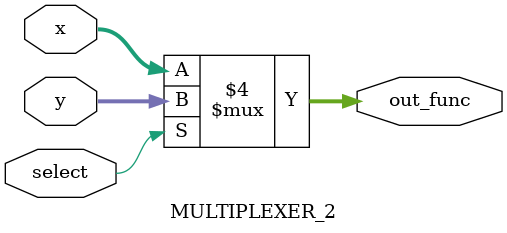
<source format=v>
`timescale 1ns / 1ps
module MULTIPLEXER_2(x, y, select, out_func); // takes 2 3-bit input and gives appropriate 3 bit output
	 input [2:0]x;
	 input [2:0]y;
	 input select;
	 output [2:0] out_func;
	 reg [2:0] out_func;
	 always @(*)
	 begin
		if(select == 0) out_func <= x;
		else out_func <= y;
	end	 


endmodule

</source>
